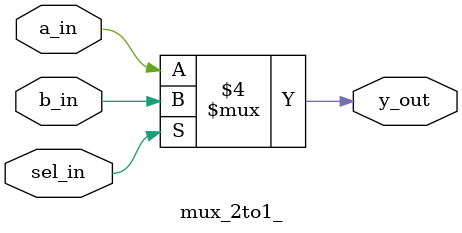
<source format=v>
`timescale 1ns / 1ps


module mux_2to1_(
                    input a_in,
                    input b_in,
                    input sel_in,
                    output reg y_out
                    );
                    
    always @(a_in,b_in,sel_in)
        begin
        
            if(sel_in==1'b0)
                y_out=a_in;
            else
                y_out=b_in;
            
        end
   

endmodule

</source>
